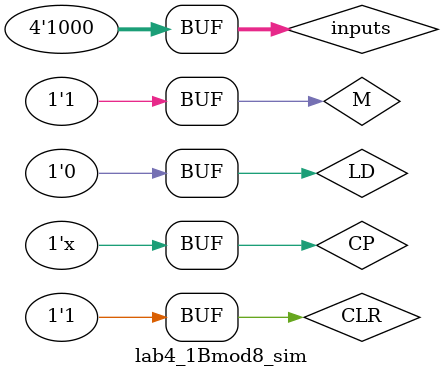
<source format=v>
`timescale 1ns / 1ps


module lab4_1Bmod8_sim();
reg [3:0] inputs;
reg CP;
reg CLR;
reg LD;
reg M;

wire [3:0] outputs;
wire Qcc;



always #5 CP = ~CP;

initial 
begin
    inputs = 4'b0010;
    CP = 0;
    CLR = 1;
    LD = 1;
    M = 1;
    #80 M = 0;
    #80 M = 1;
    #80 M = 0;
    #80 M = 1;


    CLR = 0;
    inputs = 4'b1000;
    #50 CLR =1;
    LD = 0;
    #80 M = 0;
    #80 M = 1;
    #80 M = 0;
    #80 M = 1;
end
    lab4_1Bmod8 lab4_1Bmod8_test(inputs,CP,CLR,LD,M,outputs,Qcc);
endmodule

</source>
